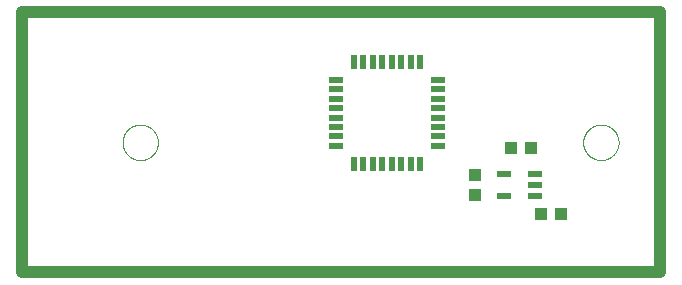
<source format=gtp>
G75*
%MOIN*%
%OFA0B0*%
%FSLAX25Y25*%
%IPPOS*%
%LPD*%
%AMOC8*
5,1,8,0,0,1.08239X$1,22.5*
%
%ADD10C,0.03937*%
%ADD11C,0.00000*%
%ADD12R,0.05000X0.02200*%
%ADD13R,0.02200X0.05000*%
%ADD14R,0.04724X0.02165*%
%ADD15R,0.04331X0.03937*%
%ADD16R,0.03937X0.04331*%
D10*
X0002969Y0005657D02*
X0215567Y0005657D01*
X0215567Y0092272D01*
X0002969Y0092272D01*
X0002969Y0005657D01*
D11*
X0036433Y0048965D02*
X0036435Y0049118D01*
X0036441Y0049272D01*
X0036451Y0049425D01*
X0036465Y0049577D01*
X0036483Y0049730D01*
X0036505Y0049881D01*
X0036530Y0050032D01*
X0036560Y0050183D01*
X0036594Y0050333D01*
X0036631Y0050481D01*
X0036672Y0050629D01*
X0036717Y0050775D01*
X0036766Y0050921D01*
X0036819Y0051065D01*
X0036875Y0051207D01*
X0036935Y0051348D01*
X0036999Y0051488D01*
X0037066Y0051626D01*
X0037137Y0051762D01*
X0037212Y0051896D01*
X0037289Y0052028D01*
X0037371Y0052158D01*
X0037455Y0052286D01*
X0037543Y0052412D01*
X0037634Y0052535D01*
X0037728Y0052656D01*
X0037826Y0052774D01*
X0037926Y0052890D01*
X0038030Y0053003D01*
X0038136Y0053114D01*
X0038245Y0053222D01*
X0038357Y0053327D01*
X0038471Y0053428D01*
X0038589Y0053527D01*
X0038708Y0053623D01*
X0038830Y0053716D01*
X0038955Y0053805D01*
X0039082Y0053892D01*
X0039211Y0053974D01*
X0039342Y0054054D01*
X0039475Y0054130D01*
X0039610Y0054203D01*
X0039747Y0054272D01*
X0039886Y0054337D01*
X0040026Y0054399D01*
X0040168Y0054457D01*
X0040311Y0054512D01*
X0040456Y0054563D01*
X0040602Y0054610D01*
X0040749Y0054653D01*
X0040897Y0054692D01*
X0041046Y0054728D01*
X0041196Y0054759D01*
X0041347Y0054787D01*
X0041498Y0054811D01*
X0041651Y0054831D01*
X0041803Y0054847D01*
X0041956Y0054859D01*
X0042109Y0054867D01*
X0042262Y0054871D01*
X0042416Y0054871D01*
X0042569Y0054867D01*
X0042722Y0054859D01*
X0042875Y0054847D01*
X0043027Y0054831D01*
X0043180Y0054811D01*
X0043331Y0054787D01*
X0043482Y0054759D01*
X0043632Y0054728D01*
X0043781Y0054692D01*
X0043929Y0054653D01*
X0044076Y0054610D01*
X0044222Y0054563D01*
X0044367Y0054512D01*
X0044510Y0054457D01*
X0044652Y0054399D01*
X0044792Y0054337D01*
X0044931Y0054272D01*
X0045068Y0054203D01*
X0045203Y0054130D01*
X0045336Y0054054D01*
X0045467Y0053974D01*
X0045596Y0053892D01*
X0045723Y0053805D01*
X0045848Y0053716D01*
X0045970Y0053623D01*
X0046089Y0053527D01*
X0046207Y0053428D01*
X0046321Y0053327D01*
X0046433Y0053222D01*
X0046542Y0053114D01*
X0046648Y0053003D01*
X0046752Y0052890D01*
X0046852Y0052774D01*
X0046950Y0052656D01*
X0047044Y0052535D01*
X0047135Y0052412D01*
X0047223Y0052286D01*
X0047307Y0052158D01*
X0047389Y0052028D01*
X0047466Y0051896D01*
X0047541Y0051762D01*
X0047612Y0051626D01*
X0047679Y0051488D01*
X0047743Y0051348D01*
X0047803Y0051207D01*
X0047859Y0051065D01*
X0047912Y0050921D01*
X0047961Y0050775D01*
X0048006Y0050629D01*
X0048047Y0050481D01*
X0048084Y0050333D01*
X0048118Y0050183D01*
X0048148Y0050032D01*
X0048173Y0049881D01*
X0048195Y0049730D01*
X0048213Y0049577D01*
X0048227Y0049425D01*
X0048237Y0049272D01*
X0048243Y0049118D01*
X0048245Y0048965D01*
X0048243Y0048812D01*
X0048237Y0048658D01*
X0048227Y0048505D01*
X0048213Y0048353D01*
X0048195Y0048200D01*
X0048173Y0048049D01*
X0048148Y0047898D01*
X0048118Y0047747D01*
X0048084Y0047597D01*
X0048047Y0047449D01*
X0048006Y0047301D01*
X0047961Y0047155D01*
X0047912Y0047009D01*
X0047859Y0046865D01*
X0047803Y0046723D01*
X0047743Y0046582D01*
X0047679Y0046442D01*
X0047612Y0046304D01*
X0047541Y0046168D01*
X0047466Y0046034D01*
X0047389Y0045902D01*
X0047307Y0045772D01*
X0047223Y0045644D01*
X0047135Y0045518D01*
X0047044Y0045395D01*
X0046950Y0045274D01*
X0046852Y0045156D01*
X0046752Y0045040D01*
X0046648Y0044927D01*
X0046542Y0044816D01*
X0046433Y0044708D01*
X0046321Y0044603D01*
X0046207Y0044502D01*
X0046089Y0044403D01*
X0045970Y0044307D01*
X0045848Y0044214D01*
X0045723Y0044125D01*
X0045596Y0044038D01*
X0045467Y0043956D01*
X0045336Y0043876D01*
X0045203Y0043800D01*
X0045068Y0043727D01*
X0044931Y0043658D01*
X0044792Y0043593D01*
X0044652Y0043531D01*
X0044510Y0043473D01*
X0044367Y0043418D01*
X0044222Y0043367D01*
X0044076Y0043320D01*
X0043929Y0043277D01*
X0043781Y0043238D01*
X0043632Y0043202D01*
X0043482Y0043171D01*
X0043331Y0043143D01*
X0043180Y0043119D01*
X0043027Y0043099D01*
X0042875Y0043083D01*
X0042722Y0043071D01*
X0042569Y0043063D01*
X0042416Y0043059D01*
X0042262Y0043059D01*
X0042109Y0043063D01*
X0041956Y0043071D01*
X0041803Y0043083D01*
X0041651Y0043099D01*
X0041498Y0043119D01*
X0041347Y0043143D01*
X0041196Y0043171D01*
X0041046Y0043202D01*
X0040897Y0043238D01*
X0040749Y0043277D01*
X0040602Y0043320D01*
X0040456Y0043367D01*
X0040311Y0043418D01*
X0040168Y0043473D01*
X0040026Y0043531D01*
X0039886Y0043593D01*
X0039747Y0043658D01*
X0039610Y0043727D01*
X0039475Y0043800D01*
X0039342Y0043876D01*
X0039211Y0043956D01*
X0039082Y0044038D01*
X0038955Y0044125D01*
X0038830Y0044214D01*
X0038708Y0044307D01*
X0038589Y0044403D01*
X0038471Y0044502D01*
X0038357Y0044603D01*
X0038245Y0044708D01*
X0038136Y0044816D01*
X0038030Y0044927D01*
X0037926Y0045040D01*
X0037826Y0045156D01*
X0037728Y0045274D01*
X0037634Y0045395D01*
X0037543Y0045518D01*
X0037455Y0045644D01*
X0037371Y0045772D01*
X0037289Y0045902D01*
X0037212Y0046034D01*
X0037137Y0046168D01*
X0037066Y0046304D01*
X0036999Y0046442D01*
X0036935Y0046582D01*
X0036875Y0046723D01*
X0036819Y0046865D01*
X0036766Y0047009D01*
X0036717Y0047155D01*
X0036672Y0047301D01*
X0036631Y0047449D01*
X0036594Y0047597D01*
X0036560Y0047747D01*
X0036530Y0047898D01*
X0036505Y0048049D01*
X0036483Y0048200D01*
X0036465Y0048353D01*
X0036451Y0048505D01*
X0036441Y0048658D01*
X0036435Y0048812D01*
X0036433Y0048965D01*
X0189976Y0048965D02*
X0189978Y0049118D01*
X0189984Y0049272D01*
X0189994Y0049425D01*
X0190008Y0049577D01*
X0190026Y0049730D01*
X0190048Y0049881D01*
X0190073Y0050032D01*
X0190103Y0050183D01*
X0190137Y0050333D01*
X0190174Y0050481D01*
X0190215Y0050629D01*
X0190260Y0050775D01*
X0190309Y0050921D01*
X0190362Y0051065D01*
X0190418Y0051207D01*
X0190478Y0051348D01*
X0190542Y0051488D01*
X0190609Y0051626D01*
X0190680Y0051762D01*
X0190755Y0051896D01*
X0190832Y0052028D01*
X0190914Y0052158D01*
X0190998Y0052286D01*
X0191086Y0052412D01*
X0191177Y0052535D01*
X0191271Y0052656D01*
X0191369Y0052774D01*
X0191469Y0052890D01*
X0191573Y0053003D01*
X0191679Y0053114D01*
X0191788Y0053222D01*
X0191900Y0053327D01*
X0192014Y0053428D01*
X0192132Y0053527D01*
X0192251Y0053623D01*
X0192373Y0053716D01*
X0192498Y0053805D01*
X0192625Y0053892D01*
X0192754Y0053974D01*
X0192885Y0054054D01*
X0193018Y0054130D01*
X0193153Y0054203D01*
X0193290Y0054272D01*
X0193429Y0054337D01*
X0193569Y0054399D01*
X0193711Y0054457D01*
X0193854Y0054512D01*
X0193999Y0054563D01*
X0194145Y0054610D01*
X0194292Y0054653D01*
X0194440Y0054692D01*
X0194589Y0054728D01*
X0194739Y0054759D01*
X0194890Y0054787D01*
X0195041Y0054811D01*
X0195194Y0054831D01*
X0195346Y0054847D01*
X0195499Y0054859D01*
X0195652Y0054867D01*
X0195805Y0054871D01*
X0195959Y0054871D01*
X0196112Y0054867D01*
X0196265Y0054859D01*
X0196418Y0054847D01*
X0196570Y0054831D01*
X0196723Y0054811D01*
X0196874Y0054787D01*
X0197025Y0054759D01*
X0197175Y0054728D01*
X0197324Y0054692D01*
X0197472Y0054653D01*
X0197619Y0054610D01*
X0197765Y0054563D01*
X0197910Y0054512D01*
X0198053Y0054457D01*
X0198195Y0054399D01*
X0198335Y0054337D01*
X0198474Y0054272D01*
X0198611Y0054203D01*
X0198746Y0054130D01*
X0198879Y0054054D01*
X0199010Y0053974D01*
X0199139Y0053892D01*
X0199266Y0053805D01*
X0199391Y0053716D01*
X0199513Y0053623D01*
X0199632Y0053527D01*
X0199750Y0053428D01*
X0199864Y0053327D01*
X0199976Y0053222D01*
X0200085Y0053114D01*
X0200191Y0053003D01*
X0200295Y0052890D01*
X0200395Y0052774D01*
X0200493Y0052656D01*
X0200587Y0052535D01*
X0200678Y0052412D01*
X0200766Y0052286D01*
X0200850Y0052158D01*
X0200932Y0052028D01*
X0201009Y0051896D01*
X0201084Y0051762D01*
X0201155Y0051626D01*
X0201222Y0051488D01*
X0201286Y0051348D01*
X0201346Y0051207D01*
X0201402Y0051065D01*
X0201455Y0050921D01*
X0201504Y0050775D01*
X0201549Y0050629D01*
X0201590Y0050481D01*
X0201627Y0050333D01*
X0201661Y0050183D01*
X0201691Y0050032D01*
X0201716Y0049881D01*
X0201738Y0049730D01*
X0201756Y0049577D01*
X0201770Y0049425D01*
X0201780Y0049272D01*
X0201786Y0049118D01*
X0201788Y0048965D01*
X0201786Y0048812D01*
X0201780Y0048658D01*
X0201770Y0048505D01*
X0201756Y0048353D01*
X0201738Y0048200D01*
X0201716Y0048049D01*
X0201691Y0047898D01*
X0201661Y0047747D01*
X0201627Y0047597D01*
X0201590Y0047449D01*
X0201549Y0047301D01*
X0201504Y0047155D01*
X0201455Y0047009D01*
X0201402Y0046865D01*
X0201346Y0046723D01*
X0201286Y0046582D01*
X0201222Y0046442D01*
X0201155Y0046304D01*
X0201084Y0046168D01*
X0201009Y0046034D01*
X0200932Y0045902D01*
X0200850Y0045772D01*
X0200766Y0045644D01*
X0200678Y0045518D01*
X0200587Y0045395D01*
X0200493Y0045274D01*
X0200395Y0045156D01*
X0200295Y0045040D01*
X0200191Y0044927D01*
X0200085Y0044816D01*
X0199976Y0044708D01*
X0199864Y0044603D01*
X0199750Y0044502D01*
X0199632Y0044403D01*
X0199513Y0044307D01*
X0199391Y0044214D01*
X0199266Y0044125D01*
X0199139Y0044038D01*
X0199010Y0043956D01*
X0198879Y0043876D01*
X0198746Y0043800D01*
X0198611Y0043727D01*
X0198474Y0043658D01*
X0198335Y0043593D01*
X0198195Y0043531D01*
X0198053Y0043473D01*
X0197910Y0043418D01*
X0197765Y0043367D01*
X0197619Y0043320D01*
X0197472Y0043277D01*
X0197324Y0043238D01*
X0197175Y0043202D01*
X0197025Y0043171D01*
X0196874Y0043143D01*
X0196723Y0043119D01*
X0196570Y0043099D01*
X0196418Y0043083D01*
X0196265Y0043071D01*
X0196112Y0043063D01*
X0195959Y0043059D01*
X0195805Y0043059D01*
X0195652Y0043063D01*
X0195499Y0043071D01*
X0195346Y0043083D01*
X0195194Y0043099D01*
X0195041Y0043119D01*
X0194890Y0043143D01*
X0194739Y0043171D01*
X0194589Y0043202D01*
X0194440Y0043238D01*
X0194292Y0043277D01*
X0194145Y0043320D01*
X0193999Y0043367D01*
X0193854Y0043418D01*
X0193711Y0043473D01*
X0193569Y0043531D01*
X0193429Y0043593D01*
X0193290Y0043658D01*
X0193153Y0043727D01*
X0193018Y0043800D01*
X0192885Y0043876D01*
X0192754Y0043956D01*
X0192625Y0044038D01*
X0192498Y0044125D01*
X0192373Y0044214D01*
X0192251Y0044307D01*
X0192132Y0044403D01*
X0192014Y0044502D01*
X0191900Y0044603D01*
X0191788Y0044708D01*
X0191679Y0044816D01*
X0191573Y0044927D01*
X0191469Y0045040D01*
X0191369Y0045156D01*
X0191271Y0045274D01*
X0191177Y0045395D01*
X0191086Y0045518D01*
X0190998Y0045644D01*
X0190914Y0045772D01*
X0190832Y0045902D01*
X0190755Y0046034D01*
X0190680Y0046168D01*
X0190609Y0046304D01*
X0190542Y0046442D01*
X0190478Y0046582D01*
X0190418Y0046723D01*
X0190362Y0046865D01*
X0190309Y0047009D01*
X0190260Y0047155D01*
X0190215Y0047301D01*
X0190174Y0047449D01*
X0190137Y0047597D01*
X0190103Y0047747D01*
X0190073Y0047898D01*
X0190048Y0048049D01*
X0190026Y0048200D01*
X0190008Y0048353D01*
X0189994Y0048505D01*
X0189984Y0048658D01*
X0189978Y0048812D01*
X0189976Y0048965D01*
D12*
X0141522Y0047783D03*
X0141522Y0050933D03*
X0141522Y0054083D03*
X0141522Y0057232D03*
X0141522Y0060382D03*
X0141522Y0063531D03*
X0141522Y0066681D03*
X0141522Y0069831D03*
X0107722Y0069831D03*
X0107722Y0066681D03*
X0107722Y0063531D03*
X0107722Y0060382D03*
X0107722Y0057232D03*
X0107722Y0054083D03*
X0107722Y0050933D03*
X0107722Y0047783D03*
D13*
X0113598Y0041907D03*
X0116748Y0041907D03*
X0119898Y0041907D03*
X0123047Y0041907D03*
X0126197Y0041907D03*
X0129346Y0041907D03*
X0132496Y0041907D03*
X0135646Y0041907D03*
X0135646Y0075707D03*
X0132496Y0075707D03*
X0129346Y0075707D03*
X0126197Y0075707D03*
X0123047Y0075707D03*
X0119898Y0075707D03*
X0116748Y0075707D03*
X0113598Y0075707D03*
D14*
X0163598Y0038531D03*
X0163598Y0031051D03*
X0173835Y0031051D03*
X0173835Y0034791D03*
X0173835Y0038531D03*
D15*
X0176000Y0024949D03*
X0182693Y0024949D03*
D16*
X0172457Y0046996D03*
X0165764Y0046996D03*
X0153756Y0038138D03*
X0153756Y0031445D03*
M02*

</source>
